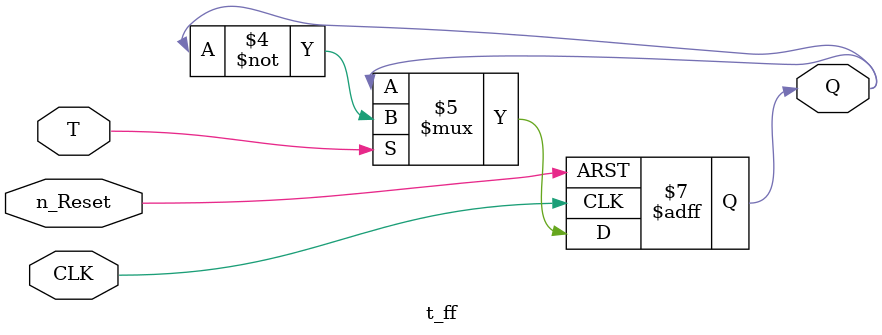
<source format=sv>
module t_ff (output logic Q, input logic T, CLK, n_Reset);

always_ff @(posedge CLK, negedge n_Reset) begin
	//Reset takes precedence
	if (n_Reset == 1'b0) begin
		Q <= 0;
	end
	else if (T == 1) begin
		//Otherwise Q = notQ (and latches)
		Q <= ~Q;
	end
end

endmodule
</source>
